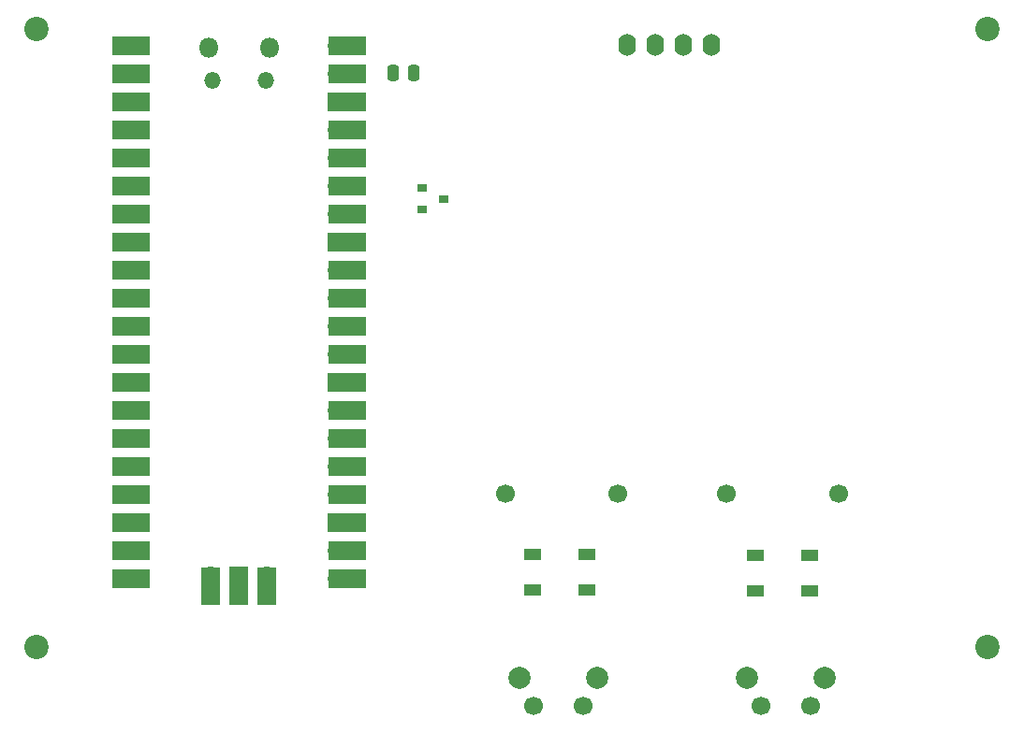
<source format=gbr>
%TF.GenerationSoftware,KiCad,Pcbnew,(7.0.0-0)*%
%TF.CreationDate,2023-02-22T23:02:48-06:00*%
%TF.ProjectId,first_keeb,66697273-745f-46b6-9565-622e6b696361,rev?*%
%TF.SameCoordinates,Original*%
%TF.FileFunction,Soldermask,Top*%
%TF.FilePolarity,Negative*%
%FSLAX46Y46*%
G04 Gerber Fmt 4.6, Leading zero omitted, Abs format (unit mm)*
G04 Created by KiCad (PCBNEW (7.0.0-0)) date 2023-02-22 23:02:48*
%MOMM*%
%LPD*%
G01*
G04 APERTURE LIST*
G04 Aperture macros list*
%AMRoundRect*
0 Rectangle with rounded corners*
0 $1 Rounding radius*
0 $2 $3 $4 $5 $6 $7 $8 $9 X,Y pos of 4 corners*
0 Add a 4 corners polygon primitive as box body*
4,1,4,$2,$3,$4,$5,$6,$7,$8,$9,$2,$3,0*
0 Add four circle primitives for the rounded corners*
1,1,$1+$1,$2,$3*
1,1,$1+$1,$4,$5*
1,1,$1+$1,$6,$7*
1,1,$1+$1,$8,$9*
0 Add four rect primitives between the rounded corners*
20,1,$1+$1,$2,$3,$4,$5,0*
20,1,$1+$1,$4,$5,$6,$7,0*
20,1,$1+$1,$6,$7,$8,$9,0*
20,1,$1+$1,$8,$9,$2,$3,0*%
G04 Aperture macros list end*
%ADD10C,2.200000*%
%ADD11C,1.700000*%
%ADD12C,2.000000*%
%ADD13O,1.600000X2.000000*%
%ADD14R,0.900000X0.800000*%
%ADD15O,1.800000X1.800000*%
%ADD16O,1.500000X1.500000*%
%ADD17O,1.700000X1.700000*%
%ADD18R,3.500000X1.700000*%
%ADD19R,1.700000X1.700000*%
%ADD20R,1.700000X3.500000*%
%ADD21R,1.500000X1.000000*%
%ADD22RoundRect,0.250000X-0.250000X-0.475000X0.250000X-0.475000X0.250000X0.475000X-0.250000X0.475000X0*%
G04 APERTURE END LIST*
D10*
%TO.C,REF\u002A\u002A*%
X111000000Y-118950000D03*
%TD*%
D11*
%TO.C,REF\u002A\u002A*%
X90520000Y-124260000D03*
X95010000Y-124310000D03*
D12*
X89260000Y-121770000D03*
X96270000Y-121770000D03*
%TD*%
D11*
%TO.C,REF\u002A\u002A*%
X69950000Y-124260000D03*
X74440000Y-124310000D03*
D12*
X68690000Y-121770000D03*
X75700000Y-121770000D03*
%TD*%
D10*
%TO.C,REF\u002A\u002A*%
X111000000Y-63020000D03*
%TD*%
D13*
%TO.C,SSD1306*%
X78379999Y-64399999D03*
X80919999Y-64399999D03*
X83459999Y-64399999D03*
X85999999Y-64399999D03*
%TD*%
D10*
%TO.C,REF\u002A\u002A*%
X25000000Y-63000000D03*
%TD*%
D14*
%TO.C,SHUNT*%
X59859999Y-77419999D03*
X59859999Y-79319999D03*
X61859999Y-78369999D03*
%TD*%
D15*
%TO.C,U1*%
X40594999Y-64654999D03*
D16*
X40894999Y-67684999D03*
X45744999Y-67684999D03*
D15*
X46044999Y-64654999D03*
D17*
X34429999Y-64524999D03*
D18*
X33529999Y-64524999D03*
D17*
X34429999Y-67064999D03*
D18*
X33529999Y-67064999D03*
D19*
X34429999Y-69604999D03*
D18*
X33529999Y-69604999D03*
D17*
X34429999Y-72144999D03*
D18*
X33529999Y-72144999D03*
D17*
X34429999Y-74684999D03*
D18*
X33529999Y-74684999D03*
D17*
X34429999Y-77224999D03*
D18*
X33529999Y-77224999D03*
D17*
X34429999Y-79764999D03*
D18*
X33529999Y-79764999D03*
D19*
X34429999Y-82304999D03*
D18*
X33529999Y-82304999D03*
D17*
X34429999Y-84844999D03*
D18*
X33529999Y-84844999D03*
D17*
X34429999Y-87384999D03*
D18*
X33529999Y-87384999D03*
D17*
X34429999Y-89924999D03*
D18*
X33529999Y-89924999D03*
D17*
X34429999Y-92464999D03*
D18*
X33529999Y-92464999D03*
D19*
X34429999Y-95004999D03*
D18*
X33529999Y-95004999D03*
D17*
X34429999Y-97544999D03*
D18*
X33529999Y-97544999D03*
D17*
X34429999Y-100084999D03*
D18*
X33529999Y-100084999D03*
D17*
X34429999Y-102624999D03*
D18*
X33529999Y-102624999D03*
D17*
X34429999Y-105164999D03*
D18*
X33529999Y-105164999D03*
D19*
X34429999Y-107704999D03*
D18*
X33529999Y-107704999D03*
D17*
X34429999Y-110244999D03*
D18*
X33529999Y-110244999D03*
D17*
X34429999Y-112784999D03*
D18*
X33529999Y-112784999D03*
D17*
X52209999Y-112784999D03*
D18*
X53109999Y-112784999D03*
D17*
X52209999Y-110244999D03*
D18*
X53109999Y-110244999D03*
D19*
X52209999Y-107704999D03*
D18*
X53109999Y-107704999D03*
D17*
X52209999Y-105164999D03*
D18*
X53109999Y-105164999D03*
D17*
X52209999Y-102624999D03*
D18*
X53109999Y-102624999D03*
D17*
X52209999Y-100084999D03*
D18*
X53109999Y-100084999D03*
D17*
X52209999Y-97544999D03*
D18*
X53109999Y-97544999D03*
D19*
X52209999Y-95004999D03*
D18*
X53109999Y-95004999D03*
D17*
X52209999Y-92464999D03*
D18*
X53109999Y-92464999D03*
D17*
X52209999Y-89924999D03*
D18*
X53109999Y-89924999D03*
D17*
X52209999Y-87384999D03*
D18*
X53109999Y-87384999D03*
D17*
X52209999Y-84844999D03*
D18*
X53109999Y-84844999D03*
D19*
X52209999Y-82304999D03*
D18*
X53109999Y-82304999D03*
D17*
X52209999Y-79764999D03*
D18*
X53109999Y-79764999D03*
D17*
X52209999Y-77224999D03*
D18*
X53109999Y-77224999D03*
D17*
X52209999Y-74684999D03*
D18*
X53109999Y-74684999D03*
D17*
X52209999Y-72144999D03*
D18*
X53109999Y-72144999D03*
D19*
X52209999Y-69604999D03*
D18*
X53109999Y-69604999D03*
D17*
X52209999Y-67064999D03*
D18*
X53109999Y-67064999D03*
D17*
X52209999Y-64524999D03*
D18*
X53109999Y-64524999D03*
D17*
X40779999Y-112554999D03*
D20*
X40779999Y-113454999D03*
D19*
X43319999Y-112554999D03*
D20*
X43319999Y-113454999D03*
D17*
X45859999Y-112554999D03*
D20*
X45859999Y-113454999D03*
%TD*%
D11*
%TO.C,REF\u002A\u002A*%
X67380000Y-105080000D03*
X77540000Y-105080000D03*
%TD*%
%TO.C,REF\u002A\u002A*%
X87380000Y-105080000D03*
X97540000Y-105080000D03*
%TD*%
D21*
%TO.C,REF\u002A\u002A*%
X90059999Y-110689999D03*
X90059999Y-113889999D03*
X94959999Y-113889999D03*
X94959999Y-110689999D03*
%TD*%
%TO.C,REF\u002A\u002A*%
X69909999Y-110579999D03*
X69909999Y-113779999D03*
X74809999Y-113779999D03*
X74809999Y-110579999D03*
%TD*%
D22*
%TO.C,10uF*%
X57220000Y-67000000D03*
X59120000Y-67000000D03*
%TD*%
D10*
%TO.C,REF\u002A\u002A*%
X25000000Y-118930000D03*
%TD*%
M02*

</source>
